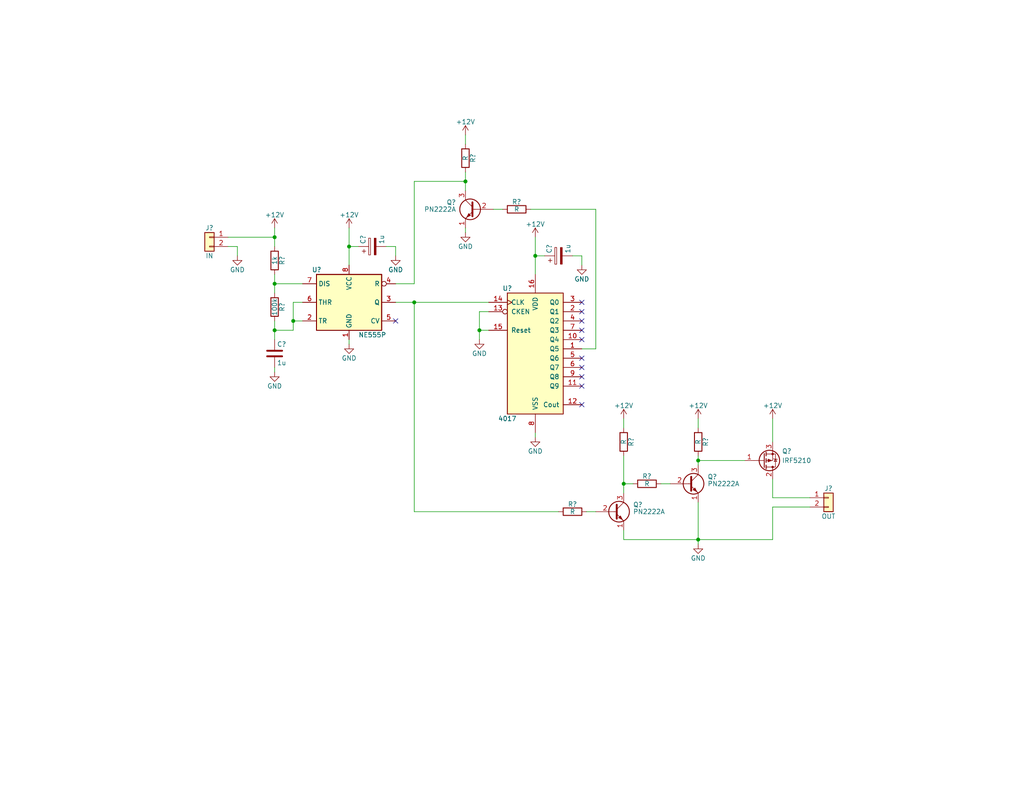
<source format=kicad_sch>
(kicad_sch (version 20211123) (generator eeschema)
  (paper "A")
  (title_block (title "Brake Light Flasher") (company "erry Leumas"))
  (lib_symbols
    (symbol "4xxx:4017" (pin_names (offset 1.016))
      (property "Reference" "U" (at -7.62 16.51 0))
      (property "Value" "4017" (at -7.62 -19.05 0))
      (symbol "4017_1_0"
        (pin output line (at 12.7 0 180) (length 5.08) (name "Q5") (number "1"))
        (pin output line (at 12.7 2.54 180) (length 5.08) (name "Q4") (number "10"))
        (pin output line (at 12.7 -10.16 180) (length 5.08) (name "Q9") (number "11"))
        (pin output line (at 12.7 -15.24 180) (length 5.08) (name "Cout") (number "12"))
        (pin input inverted (at -12.7 10.16 0) (length 5.08) (name "CKEN") (number "13"))
        (pin input clock (at -12.7 12.7 0) (length 5.08) (name "CLK") (number "14"))
        (pin input line (at -12.7 5.08 0) (length 5.08) (name "Reset") (number "15"))
        (pin power_in line (at 0 20.32 270) (length 5.08) (name "VDD") (number "16"))
        (pin output line (at 12.7 10.16 180) (length 5.08) (name "Q1") (number "2"))
        (pin output line (at 12.7 12.7 180) (length 5.08) (name "Q0") (number "3"))
        (pin output line (at 12.7 7.62 180) (length 5.08) (name "Q2") (number "4"))
        (pin output line (at 12.7 -2.54 180) (length 5.08) (name "Q6") (number "5"))
        (pin output line (at 12.7 -5.08 180) (length 5.08) (name "Q7") (number "6"))
        (pin output line (at 12.7 5.08 180) (length 5.08) (name "Q3") (number "7"))
        (pin power_in line (at 0 -22.86 90) (length 5.08) (name "VSS") (number "8"))
        (pin output line (at 12.7 -7.62 180) (length 5.08) (name "Q8") (number "9"))
      )
      (symbol "4017_1_1"
        (rectangle (start -7.62 15.24) (end 7.62 -17.78) (stroke (width 0.254)) (fill (type background)))
      )
    )
    (symbol "Connector_Generic:Conn_01x02" (pin_names (offset 1.016) hide)
      (property "Reference" "J" (at 0 2.54 0))
      (property "Value" "Conn_01x02" (at 0 -5.08 0))
      (symbol "Conn_01x02_1_1"
        (rectangle (start -1.27 -2.413) (end 0 -2.667) (stroke (width 0.1524)))
        (rectangle (start -1.27 0.127) (end 0 -0.127) (stroke (width 0.1524)))
        (rectangle (start -1.27 1.27) (end 1.27 -3.81) (stroke (width 0.254)) (fill (type background)))
        (pin passive line (at -5.08 0 0) (length 3.81) (name "Pin_1") (number "1"))
        (pin passive line (at -5.08 -2.54 0) (length 3.81) (name "Pin_2") (number "2"))
      )
    )
    (symbol "Device:C" (pin_numbers hide) (pin_names (offset 0.254))
      (property "Reference" "C" (at 0.635 2.54 0))
      (property "Value" "C" (at 0.635 -2.54 0))
      (symbol "C_0_1"
        (polyline (pts (xy -2.032 -0.762) (xy 2.032 -0.762)) (stroke (width 0.508)))
        (polyline (pts (xy -2.032 0.762) (xy 2.032 0.762)) (stroke (width 0.508)))
      )
      (symbol "C_1_1"
        (pin passive line (at 0 3.81 270) (length 2.794) (name "~") (number "1"))
        (pin passive line (at 0 -3.81 90) (length 2.794) (name "~") (number "2"))
      )
    )
    (symbol "Device:C_Polarized" (pin_numbers hide) (pin_names (offset 0.254))
      (property "Reference" "C" (at 0.635 2.54 0))
      (property "Value" "C_Polarized" (at 0.635 -2.54 0))
      (symbol "C_Polarized_0_1"
        (rectangle (start -2.286 0.508) (end 2.286 1.016))
        (polyline (pts (xy -1.778 2.286) (xy -0.762 2.286)))
        (polyline (pts (xy -1.27 2.794) (xy -1.27 1.778)))
        (rectangle (start 2.286 -0.508) (end -2.286 -1.016) (fill (type outline)))
      )
      (symbol "C_Polarized_1_1"
        (pin passive line (at 0 3.81 270) (length 2.794) (name "~") (number "1"))
        (pin passive line (at 0 -3.81 90) (length 2.794) (name "~") (number "2"))
      )
    )
    (symbol "Device:Q_PMOS_GDS" (pin_names (offset 0) hide)
      (property "Reference" "Q" (at 5.08 1.27 0))
      (property "Value" "Q_PMOS_GDS" (at 5.08 -1.27 0))
      (symbol "Q_PMOS_GDS_0_1"
        (polyline (pts (xy 0.254 0) (xy -2.54 0)))
        (polyline (pts (xy 0.254 1.905) (xy 0.254 -1.905)) (stroke (width 0.254)))
        (polyline (pts (xy 0.762 -1.27) (xy 0.762 -2.286)) (stroke (width 0.254)))
        (polyline (pts (xy 0.762 0.508) (xy 0.762 -0.508)) (stroke (width 0.254)))
        (polyline (pts (xy 0.762 2.286) (xy 0.762 1.27)) (stroke (width 0.254)))
        (polyline (pts (xy 2.54 2.54) (xy 2.54 1.778)))
        (polyline (pts (xy 2.54 -2.54) (xy 2.54 0) (xy 0.762 0)))
        (polyline (pts (xy 0.762 1.778) (xy 3.302 1.778) (xy 3.302 -1.778) (xy 0.762 -1.778)))
        (polyline (pts (xy 2.286 0) (xy 1.27 0.381) (xy 1.27 -0.381) (xy 2.286 0)) (fill (type outline)))
        (polyline (pts (xy 2.794 -0.508) (xy 2.921 -0.381) (xy 3.683 -0.381) (xy 3.81 -0.254)))
        (polyline (pts (xy 3.302 -0.381) (xy 2.921 0.254) (xy 3.683 0.254) (xy 3.302 -0.381)))
        (circle (center 1.651 0) (radius 2.794) (stroke (width 0.254)))
        (circle (center 2.54 -1.778) (radius 0.254) (fill (type outline)))
        (circle (center 2.54 1.778) (radius 0.254) (fill (type outline)))
      )
      (symbol "Q_PMOS_GDS_1_1"
        (pin input line (at -5.08 0 0) (length 2.54) (name "G") (number "1"))
        (pin passive line (at 2.54 5.08 270) (length 2.54) (name "D") (number "2"))
        (pin passive line (at 2.54 -5.08 90) (length 2.54) (name "S") (number "3"))
      )
    )
    (symbol "Device:R" (pin_numbers hide) (pin_names (offset 0))
      (property "Reference" "R" (at 2.032 0 90))
      (property "Value" "R" (at 0 0 90))
      (symbol "R_0_1"
        (rectangle (start -1.016 -2.54) (end 1.016 2.54) (stroke (width 0.254)))
      )
      (symbol "R_1_1"
        (pin passive line (at 0 3.81 270) (length 1.27) (name "~") (number "1"))
        (pin passive line (at 0 -3.81 90) (length 1.27) (name "~") (number "2"))
      )
    )
    (symbol "Transistor_BJT:PN2222A" (pin_names (offset 0) hide)
      (property "Reference" "Q" (at 5.08 1.905 0))
      (property "Value" "PN2222A" (at 5.08 0 0))
      (symbol "PN2222A_0_1"
        (polyline (pts (xy 0 0) (xy 0.635 0)))
        (polyline (pts (xy 2.54 -2.54) (xy 0.635 -0.635)))
        (polyline (pts (xy 2.54 2.54) (xy 0.635 0.635)))
        (polyline (pts (xy 0.635 1.905) (xy 0.635 -1.905) (xy 0.635 -1.905)) (stroke (width 0.508)))
        (polyline (pts (xy 2.413 -2.413) (xy 1.905 -1.905) (xy 1.905 -1.905)))
        (polyline (pts (xy 1.143 -1.651) (xy 1.651 -1.143) (xy 2.159 -2.159) (xy 1.143 -1.651) (xy 1.143 -1.651)) (fill (type outline)))
        (circle (center 1.27 0) (radius 2.8194) (stroke (width 0.254)))
      )
      (symbol "PN2222A_1_1"
        (pin passive line (at 2.54 -5.08 90) (length 2.54) (name "E") (number "1"))
        (pin input line (at -5.08 0 0) (length 5.08) (name "B") (number "2"))
        (pin passive line (at 2.54 5.08 270) (length 2.54) (name "C") (number "3"))
      )
    )
    (symbol "pl_555:NE555P_astable"
      (property "Reference" "U1" (at -10.16 8.89 0))
      (property "Value" "NE555P" (at 2.54 -8.89 0))
      (symbol "NE555P_astable_0_0"
        (pin power_in line (at 0 -10.16 90) (length 2.54) (name "GND") (number "1"))
        (pin power_in line (at 0 10.16 270) (length 2.54) (name "VCC") (number "8"))
      )
      (symbol "NE555P_astable_0_1"
        (rectangle (start -8.89 -7.62) (end 8.89 7.62) (stroke (width 0.254)) (fill (type background)))
        (rectangle (start -8.89 -7.62) (end 8.89 7.62) (stroke (width 0.254)) (fill (type background)))
      )
      (symbol "NE555P_astable_1_1"
        (pin input line (at -12.7 -5.08 0) (length 3.81) (name "TR") (number "2"))
        (pin output line (at 12.7 0 180) (length 3.81) (name "Q") (number "3"))
        (pin input inverted (at 12.7 5.08 180) (length 3.81) (name "R") (number "4"))
        (pin input line (at 12.7 -5.08 180) (length 3.81) (name "CV") (number "5"))
        (pin input line (at -12.7 0 0) (length 3.81) (name "THR") (number "6"))
        (pin input line (at -12.7 5.08 0) (length 3.81) (name "DIS") (number "7"))
      )
    )
    (symbol "power:+12V" (power) (pin_names (offset 0))
      (property "Value" "+12V" (at 0 3.556 0))
      (symbol "+12V_0_1"
        (polyline (pts (xy -0.762 1.27) (xy 0 2.54)))
        (polyline (pts (xy 0 0) (xy 0 2.54)))
        (polyline (pts (xy 0 2.54) (xy 0.762 1.27)))
      )
      (symbol "+12V_1_1"
        (pin power_in line (at 0 0 90) (length 0) hide (name "+12V") (number "1"))
      )
    )
    (symbol "power:GND" (power) (pin_names (offset 0))
      (property "Value" "GND" (at 0 -3.81 0))
      (symbol "GND_0_1"
        (polyline (pts (xy 0 0) (xy 0 -1.27) (xy 1.27 -1.27) (xy 0 -2.54) (xy -1.27 -1.27) (xy 0 -1.27)))
      )
      (symbol "GND_1_1"
        (pin power_in line (at 0 0 270) (length 0) hide (name "GND") (number "1"))
      )
    )
  )
  (junction (at 113.03 82.55))
  (junction (at 170.18 132.08))
  (junction (at 146.05 69.85))
  (junction (at 74.93 90.17))
  (junction (at 95.25 67.31))
  (junction (at 190.5 147.32))
  (junction (at 127 49.53))
  (junction (at 190.5 125.73))
  (junction (at 74.93 64.77))
  (junction (at 130.81 90.17))
  (junction (at 80.01 87.63))
  (junction (at 74.93 77.47))
  (no_connect (at 107.95 87.63))
  (no_connect (at 158.75 100.33))
  (no_connect (at 158.75 97.79))
  (no_connect (at 158.75 110.49))
  (no_connect (at 158.75 105.41))
  (no_connect (at 158.75 102.87))
  (no_connect (at 158.75 92.71))
  (no_connect (at 158.75 90.17))
  (no_connect (at 158.75 87.63))
  (no_connect (at 158.75 85.09))
  (no_connect (at 158.75 82.55))
  (wire (pts (xy 170.18 134.62) (xy 170.18 132.08)))
  (wire (pts (xy 80.01 82.55) (xy 80.01 87.63)))
  (wire (pts (xy 146.05 64.77) (xy 146.05 69.85)))
  (wire (pts (xy 190.5 124.46) (xy 190.5 125.73)))
  (wire (pts (xy 210.82 114.3) (xy 210.82 120.65)))
  (wire (pts (xy 127 49.53) (xy 127 52.07)))
  (wire (pts (xy 190.5 125.73) (xy 190.5 127)))
  (wire (pts (xy 170.18 114.3) (xy 170.18 116.84)))
  (wire (pts (xy 107.95 77.47) (xy 113.03 77.47)))
  (wire (pts (xy 62.23 64.77) (xy 74.93 64.77)))
  (wire (pts (xy 130.81 92.71) (xy 130.81 90.17)))
  (wire (pts (xy 210.82 135.89) (xy 210.82 130.81)))
  (wire (pts (xy 220.98 138.43) (xy 210.82 138.43)))
  (wire (pts (xy 220.98 135.89) (xy 210.82 135.89)))
  (wire (pts (xy 80.01 87.63) (xy 80.01 90.17)))
  (wire (pts (xy 152.4 139.7) (xy 113.03 139.7)))
  (wire (pts (xy 146.05 69.85) (xy 148.59 69.85)))
  (wire (pts (xy 134.62 57.15) (xy 137.16 57.15)))
  (wire (pts (xy 74.93 87.63) (xy 74.93 90.17)))
  (wire (pts (xy 62.23 67.31) (xy 64.77 67.31)))
  (wire (pts (xy 127 46.99) (xy 127 49.53)))
  (wire (pts (xy 82.55 82.55) (xy 80.01 82.55)))
  (wire (pts (xy 74.93 90.17) (xy 74.93 92.71)))
  (wire (pts (xy 80.01 87.63) (xy 82.55 87.63)))
  (wire (pts (xy 74.93 64.77) (xy 74.93 67.31)))
  (wire (pts (xy 130.81 90.17) (xy 133.35 90.17)))
  (wire (pts (xy 130.81 85.09) (xy 133.35 85.09)))
  (wire (pts (xy 80.01 90.17) (xy 74.93 90.17)))
  (wire (pts (xy 144.78 57.15) (xy 162.56 57.15)))
  (wire (pts (xy 146.05 118.11) (xy 146.05 119.38)))
  (wire (pts (xy 95.25 67.31) (xy 97.79 67.31)))
  (wire (pts (xy 158.75 69.85) (xy 158.75 72.39)))
  (wire (pts (xy 190.5 147.32) (xy 190.5 148.59)))
  (wire (pts (xy 190.5 137.16) (xy 190.5 147.32)))
  (wire (pts (xy 74.93 74.93) (xy 74.93 77.47)))
  (wire (pts (xy 74.93 62.23) (xy 74.93 64.77)))
  (wire (pts (xy 107.95 82.55) (xy 113.03 82.55)))
  (wire (pts (xy 162.56 57.15) (xy 162.56 95.25)))
  (wire (pts (xy 127 36.83) (xy 127 39.37)))
  (wire (pts (xy 162.56 95.25) (xy 158.75 95.25)))
  (wire (pts (xy 170.18 124.46) (xy 170.18 132.08)))
  (wire (pts (xy 74.93 100.33) (xy 74.93 101.6)))
  (wire (pts (xy 113.03 82.55) (xy 133.35 82.55)))
  (wire (pts (xy 95.25 92.71) (xy 95.25 93.98)))
  (wire (pts (xy 113.03 77.47) (xy 113.03 49.53)))
  (wire (pts (xy 170.18 132.08) (xy 172.72 132.08)))
  (wire (pts (xy 105.41 67.31) (xy 107.95 67.31)))
  (wire (pts (xy 190.5 125.73) (xy 203.2 125.73)))
  (wire (pts (xy 170.18 147.32) (xy 190.5 147.32)))
  (wire (pts (xy 95.25 62.23) (xy 95.25 67.31)))
  (wire (pts (xy 74.93 77.47) (xy 74.93 80.01)))
  (wire (pts (xy 113.03 139.7) (xy 113.03 82.55)))
  (wire (pts (xy 107.95 67.31) (xy 107.95 69.85)))
  (wire (pts (xy 210.82 138.43) (xy 210.82 147.32)))
  (wire (pts (xy 146.05 69.85) (xy 146.05 74.93)))
  (wire (pts (xy 190.5 114.3) (xy 190.5 116.84)))
  (wire (pts (xy 210.82 147.32) (xy 190.5 147.32)))
  (wire (pts (xy 113.03 49.53) (xy 127 49.53)))
  (wire (pts (xy 74.93 77.47) (xy 82.55 77.47)))
  (wire (pts (xy 170.18 144.78) (xy 170.18 147.32)))
  (wire (pts (xy 180.34 132.08) (xy 182.88 132.08)))
  (wire (pts (xy 156.21 69.85) (xy 158.75 69.85)))
  (wire (pts (xy 64.77 67.31) (xy 64.77 69.85)))
  (wire (pts (xy 130.81 90.17) (xy 130.81 85.09)))
  (wire (pts (xy 95.25 67.31) (xy 95.25 72.39)))
  (wire (pts (xy 160.02 139.7) (xy 162.56 139.7)))
  (wire (pts (xy 127 62.23) (xy 127 63.5)))
  (symbol (lib_id "power:GND") (at 130.81 92.71 0) (unit 1)
    (property "Reference" "#PWR?" (effects hide))
    (property "Value" "GND" (at 130.81 96.52 0))
  )
  (symbol (lib_id "power:GND") (at 190.5 148.59 0) (unit 1)
    (property "Reference" "#PWR?" (effects hide))
    (property "Value" "GND" (at 190.5 152.4 0))
  )
  (symbol (lib_id "power:+12V") (at 74.93 62.23 0) (unit 1)
    (property "Reference" "#PWR?" (effects hide))
    (property "Value" "+12V" (at 74.93 58.674 0))
  )
  (symbol (lib_id "power:+12V") (at 190.5 114.3 0) (unit 1)
    (property "Reference" "#PWR?" (effects hide))
    (property "Value" "+12V" (at 190.5 110.744 0))
  )
  (symbol (lib_id "power:+12V") (at 146.05 64.77 0) (unit 1)
    (property "Reference" "#PWR?" (effects hide))
    (property "Value" "+12V" (at 146.05 61.214 0))
  )
  (symbol (lib_id "Transistor_BJT:PN2222A") (at 187.96 132.08 0) (unit 1)
    (property "Reference" "Q?" (at 193.04 130.175 0) (effects (justify left)))
    (property "Value" "PN2222A" (at 193.04 132.08 0) (effects (justify left)))
    (property "Footprint" "Package_TO_SOT_THT:TO-92_Inline" (effects hide))
    (property "Datasheet" "https://www.onsemi.com/pub/Collateral/PN2222-D.PDF" (effects hide))
  )
  (symbol (lib_id "Connector_Generic:Conn_01x02") (at 226.06 135.89 0) (unit 1)
    (property "Reference" "J?" (at 226.06 133.35 0))
    (property "Value" "OUT" (at 226.06 140.97 0))
  )
  (symbol (lib_id "Device:R") (at 156.21 139.7 90) (unit 1)
    (property "Reference" "R?" (at 156.21 137.668 90))
    (property "Value" "R" (at 156.21 139.7 90))
  )
  (symbol (lib_id "Device:Q_PMOS_GDS") (at 208.28 125.73 0) (mirror x) (unit 1)
    (property "Reference" "Q?" (at 213.36 123.19 0) (effects (justify left)))
    (property "Value" "IRF5210" (at 213.36 125.73 0) (effects (justify left)))
  )
  (symbol (lib_id "power:+12V") (at 210.82 114.3 0) (unit 1)
    (property "Reference" "#PWR?" (effects hide))
    (property "Value" "+12V" (at 210.82 110.744 0))
  )
  (symbol (lib_id "Device:C") (at 74.93 96.52 0) (unit 1)
    (property "Reference" "C?" (at 75.565 93.98 0) (effects (justify left)))
    (property "Value" "1u" (at 75.565 99.06 0) (effects (justify left)))
  )
  (symbol (lib_id "Transistor_BJT:PN2222A") (at 129.54 57.15 0) (mirror y) (unit 1)
    (property "Reference" "Q?" (at 124.46 55.245 0) (effects (justify left)))
    (property "Value" "PN2222A" (at 124.46 57.15 0) (effects (justify left)))
    (property "Footprint" "Package_TO_SOT_THT:TO-92_Inline" (effects hide))
    (property "Datasheet" "https://www.onsemi.com/pub/Collateral/PN2222-D.PDF" (effects hide))
  )
  (symbol (lib_id "power:GND") (at 74.93 101.6 0) (unit 1)
    (property "Reference" "#PWR?" (effects hide))
    (property "Value" "GND" (at 74.93 105.41 0))
  )
  (symbol (lib_id "4xxx:4017") (at 146.05 95.25 0) (unit 1)
    (property "Reference" "U?" (at 138.43 78.74 0))
    (property "Value" "4017" (at 138.43 114.3 0))
    (property "Datasheet" "http://www.intersil.com/content/dam/Intersil/documents/cd40/cd4017bms-22bms.pdf" (effects hide))
  )
  (symbol (lib_id "Connector_Generic:Conn_01x02") (at 57.15 64.77 0) (mirror y) (unit 1)
    (property "Reference" "J?" (at 57.15 62.23 0))
    (property "Value" "IN" (at 57.15 69.85 0))
  )
  (symbol (lib_id "power:GND") (at 64.77 69.85 0) (unit 1)
    (property "Reference" "#PWR?" (effects hide))
    (property "Value" "GND" (at 64.77 73.66 0))
  )
  (symbol (lib_id "power:+12V") (at 95.25 62.23 0) (unit 1)
    (property "Reference" "#PWR?" (effects hide))
    (property "Value" "+12V" (at 95.25 58.674 0))
  )
  (symbol (lib_id "power:GND") (at 146.05 119.38 0) (unit 1)
    (property "Reference" "#PWR?" (effects hide))
    (property "Value" "GND" (at 146.05 123.19 0))
  )
  (symbol (lib_id "Device:C_Polarized") (at 101.6 67.31 90) (unit 1)
    (property "Reference" "C?" (at 99.06 66.675 0) (effects (justify left)))
    (property "Value" "1u" (at 104.14 66.675 0) (effects (justify left)))
  )
  (symbol (lib_id "Device:R") (at 74.93 83.82 0) (unit 1)
    (property "Reference" "R?" (at 76.962 83.82 90))
    (property "Value" "100k" (at 74.93 83.82 90))
  )
  (symbol (lib_id "Device:R") (at 176.53 132.08 90) (unit 1)
    (property "Reference" "R?" (at 176.53 130.048 90))
    (property "Value" "R" (at 176.53 132.08 90))
  )
  (symbol (lib_id "Transistor_BJT:PN2222A") (at 167.64 139.7 0) (unit 1)
    (property "Reference" "Q?" (at 172.72 137.795 0) (effects (justify left)))
    (property "Value" "PN2222A" (at 172.72 139.7 0) (effects (justify left)))
    (property "Footprint" "Package_TO_SOT_THT:TO-92_Inline" (effects hide))
    (property "Datasheet" "https://www.onsemi.com/pub/Collateral/PN2222-D.PDF" (effects hide))
  )
  (symbol (lib_id "power:GND") (at 127 63.5 0) (unit 1)
    (property "Reference" "#PWR?" (effects hide))
    (property "Value" "GND" (at 127 67.31 0))
  )
  (symbol (lib_id "Device:R") (at 140.97 57.15 90) (unit 1)
    (property "Reference" "R?" (at 140.97 55.118 90))
    (property "Value" "R" (at 140.97 57.15 90))
  )
  (symbol (lib_id "pl_555:NE555P_astable") (at 95.25 82.55 0) (unit 1)
    (property "Reference" "U?" (at 85.09 73.66 0) (effects (justify left)))
    (property "Value" "NE555P" (at 97.79 91.44 0) (effects (justify left)))
    (property "Footprint" "Package_DIP:DIP-8_W7.62mm" (effects hide))
    (property "Datasheet" "http://www.ti.com/lit/ds/symlink/ne555.pdf" (effects hide))
  )
  (symbol (lib_id "power:+12V") (at 127 36.83 0) (unit 1)
    (property "Reference" "#PWR?" (effects hide))
    (property "Value" "+12V" (at 127 33.274 0))
  )
  (symbol (lib_id "Device:C_Polarized") (at 152.4 69.85 90) (unit 1)
    (property "Reference" "C?" (at 149.86 69.215 0) (effects (justify left)))
    (property "Value" "1u" (at 154.94 69.215 0) (effects (justify left)))
  )
  (symbol (lib_id "Device:R") (at 127 43.18 0) (unit 1)
    (property "Reference" "R?" (at 129.032 43.18 90))
    (property "Value" "R" (at 127 43.18 90))
  )
  (symbol (lib_id "power:GND") (at 158.75 72.39 0) (unit 1)
    (property "Reference" "#PWR?" (effects hide))
    (property "Value" "GND" (at 158.75 76.2 0))
  )
  (symbol (lib_id "Device:R") (at 74.93 71.12 0) (unit 1)
    (property "Reference" "R?" (at 76.962 71.12 90))
    (property "Value" "1k" (at 74.93 71.12 90))
  )
  (symbol (lib_id "Device:R") (at 190.5 120.65 0) (unit 1)
    (property "Reference" "R?" (at 192.532 120.65 90))
    (property "Value" "R" (at 190.5 120.65 90))
  )
  (symbol (lib_id "Device:R") (at 170.18 120.65 0) (unit 1)
    (property "Reference" "R?" (at 172.212 120.65 90))
    (property "Value" "R" (at 170.18 120.65 90))
  )
  (symbol (lib_id "power:GND") (at 107.95 69.85 0) (unit 1)
    (property "Reference" "#PWR?" (effects hide))
    (property "Value" "GND" (at 107.95 73.66 0))
  )
  (symbol (lib_id "power:+12V") (at 170.18 114.3 0) (unit 1)
    (property "Reference" "#PWR?" (effects hide))
    (property "Value" "+12V" (at 170.18 110.744 0))
  )
  (symbol (lib_id "power:GND") (at 95.25 93.98 0) (unit 1)
    (property "Reference" "#PWR?" (effects hide))
    (property "Value" "GND" (at 95.25 97.79 0))
  )
)
</source>
